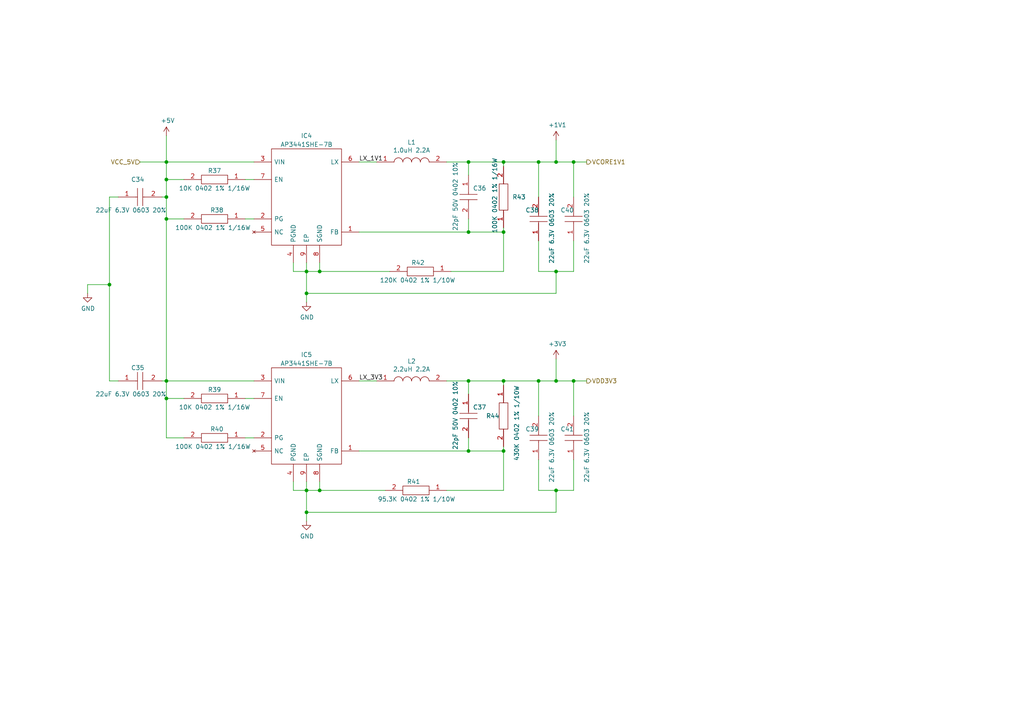
<source format=kicad_sch>
(kicad_sch (version 20230121) (generator eeschema)
  (paper "A4")
  (title_block (title "POWER") (date "2021-11-08") (rev "0.1"))
  (lib_symbols
    (symbol "AC0402FR-0710KL_1" (pin_names (offset 0.762))
      (property "Reference" "R" (at 13.97 6.35 0))
      (property "Value" "AC0402FR-0710KL_1" (at 13.97 3.81 0))
      (symbol "AC0402FR-0710KL_1_0_0"
        (pin passive line (at 0 0 0) (length 5.08) (name "~") (number "1"))
        (pin passive line (at 17.78 0 180) (length 5.08) (name "~") (number "2"))
      )
      (symbol "AC0402FR-0710KL_1_0_1"
        (polyline (pts (xy 5.08 1.27) (xy 12.7 1.27) (xy 12.7 -1.27) (xy 5.08 -1.27) (xy 5.08 1.27)) (stroke (width 0.1524)))
      )
    )
    (symbol "C0402C220K5RACTU_1" (pin_names (offset 0.762))
      (property "Reference" "C" (at 8.89 6.35 0))
      (property "Value" "C0402C220K5RACTU_1" (at 8.89 3.81 0))
      (symbol "C0402C220K5RACTU_1_0_0"
        (pin passive line (at 0 0 0) (length 5.08) (name "~") (number "1"))
        (pin passive line (at 12.7 0 180) (length 5.08) (name "~") (number "2"))
      )
      (symbol "C0402C220K5RACTU_1_0_1"
        (polyline (pts (xy 5.08 0) (xy 5.588 0)) (stroke (width 0.1524)))
        (polyline (pts (xy 5.588 2.54) (xy 5.588 -2.54)) (stroke (width 0.1524)))
        (polyline (pts (xy 7.112 0) (xy 7.62 0)) (stroke (width 0.1524)))
        (polyline (pts (xy 7.112 2.54) (xy 7.112 -2.54)) (stroke (width 0.1524)))
      )
    )
    (symbol "GRM188R60J226MEA0D_1" (pin_names (offset 0.762))
      (property "Reference" "C" (at 8.89 6.35 0))
      (property "Value" "GRM188R60J226MEA0D_1" (at 8.89 3.81 0))
      (symbol "GRM188R60J226MEA0D_1_0_0"
        (pin passive line (at 0 0 0) (length 5.08) (name "~") (number "1"))
        (pin passive line (at 12.7 0 180) (length 5.08) (name "~") (number "2"))
      )
      (symbol "GRM188R60J226MEA0D_1_0_1"
        (polyline (pts (xy 5.08 0) (xy 5.588 0)) (stroke (width 0.1524)))
        (polyline (pts (xy 5.588 2.54) (xy 5.588 -2.54)) (stroke (width 0.1524)))
        (polyline (pts (xy 7.112 0) (xy 7.62 0)) (stroke (width 0.1524)))
        (polyline (pts (xy 7.112 2.54) (xy 7.112 -2.54)) (stroke (width 0.1524)))
      )
    )
    (symbol "GRM188R60J226MEA0D_2" (pin_names (offset 0.762))
      (property "Reference" "C" (at 8.89 6.35 0))
      (property "Value" "GRM188R60J226MEA0D_2" (at 8.89 3.81 0))
      (symbol "GRM188R60J226MEA0D_2_0_0"
        (pin passive line (at 0 0 0) (length 5.08) (name "~") (number "1"))
        (pin passive line (at 12.7 0 180) (length 5.08) (name "~") (number "2"))
      )
      (symbol "GRM188R60J226MEA0D_2_0_1"
        (polyline (pts (xy 5.08 0) (xy 5.588 0)) (stroke (width 0.1524)))
        (polyline (pts (xy 5.588 2.54) (xy 5.588 -2.54)) (stroke (width 0.1524)))
        (polyline (pts (xy 7.112 0) (xy 7.62 0)) (stroke (width 0.1524)))
        (polyline (pts (xy 7.112 2.54) (xy 7.112 -2.54)) (stroke (width 0.1524)))
      )
    )
    (symbol "GRM188R60J226MEA0D_3" (pin_names (offset 0.762))
      (property "Reference" "C" (at 8.89 6.35 0))
      (property "Value" "GRM188R60J226MEA0D_3" (at 8.89 3.81 0))
      (symbol "GRM188R60J226MEA0D_3_0_0"
        (pin passive line (at 0 0 0) (length 5.08) (name "~") (number "1"))
        (pin passive line (at 12.7 0 180) (length 5.08) (name "~") (number "2"))
      )
      (symbol "GRM188R60J226MEA0D_3_0_1"
        (polyline (pts (xy 5.08 0) (xy 5.588 0)) (stroke (width 0.1524)))
        (polyline (pts (xy 5.588 2.54) (xy 5.588 -2.54)) (stroke (width 0.1524)))
        (polyline (pts (xy 7.112 0) (xy 7.62 0)) (stroke (width 0.1524)))
        (polyline (pts (xy 7.112 2.54) (xy 7.112 -2.54)) (stroke (width 0.1524)))
      )
    )
    (symbol "GRM188R60J226MEA0D_4" (pin_names (offset 0.762))
      (property "Reference" "C" (at 8.89 6.35 0))
      (property "Value" "GRM188R60J226MEA0D_4" (at 8.89 3.81 0))
      (symbol "GRM188R60J226MEA0D_4_0_0"
        (pin passive line (at 0 0 0) (length 5.08) (name "~") (number "1"))
        (pin passive line (at 12.7 0 180) (length 5.08) (name "~") (number "2"))
      )
      (symbol "GRM188R60J226MEA0D_4_0_1"
        (polyline (pts (xy 5.08 0) (xy 5.588 0)) (stroke (width 0.1524)))
        (polyline (pts (xy 5.588 2.54) (xy 5.588 -2.54)) (stroke (width 0.1524)))
        (polyline (pts (xy 7.112 0) (xy 7.62 0)) (stroke (width 0.1524)))
        (polyline (pts (xy 7.112 2.54) (xy 7.112 -2.54)) (stroke (width 0.1524)))
      )
    )
    (symbol "GRM188R60J226MEA0D_5" (pin_names (offset 0.762))
      (property "Reference" "C" (at 8.89 6.35 0))
      (property "Value" "GRM188R60J226MEA0D_5" (at 8.89 3.81 0))
      (symbol "GRM188R60J226MEA0D_5_0_0"
        (pin passive line (at 0 0 0) (length 5.08) (name "~") (number "1"))
        (pin passive line (at 12.7 0 180) (length 5.08) (name "~") (number "2"))
      )
      (symbol "GRM188R60J226MEA0D_5_0_1"
        (polyline (pts (xy 5.08 0) (xy 5.588 0)) (stroke (width 0.1524)))
        (polyline (pts (xy 5.588 2.54) (xy 5.588 -2.54)) (stroke (width 0.1524)))
        (polyline (pts (xy 7.112 0) (xy 7.62 0)) (stroke (width 0.1524)))
        (polyline (pts (xy 7.112 2.54) (xy 7.112 -2.54)) (stroke (width 0.1524)))
      )
    )
    (symbol "SFR01MZPF1003_9" (pin_names (offset 0.762))
      (property "Reference" "R" (at 13.97 6.35 0))
      (property "Value" "SFR01MZPF1003_9" (at 13.97 3.81 0))
      (symbol "SFR01MZPF1003_9_0_0"
        (pin passive line (at 0 0 0) (length 5.08) (name "~") (number "1"))
        (pin passive line (at 17.78 0 180) (length 5.08) (name "~") (number "2"))
      )
      (symbol "SFR01MZPF1003_9_0_1"
        (polyline (pts (xy 5.08 1.27) (xy 12.7 1.27) (xy 12.7 -1.27) (xy 5.08 -1.27) (xy 5.08 1.27)) (stroke (width 0.1524)))
      )
    )
    (symbol "power:+1V1" (power) (pin_names (offset 0))
      (property "Value" "+1V1" (at 0 3.556 0))
      (symbol "+1V1_0_1"
        (polyline (pts (xy -0.762 1.27) (xy 0 2.54)))
        (polyline (pts (xy 0 0) (xy 0 2.54)))
        (polyline (pts (xy 0 2.54) (xy 0.762 1.27)))
      )
      (symbol "+1V1_1_1"
        (pin power_in line (at 0 0 90) (length 0) hide (name "+1V1") (number "1"))
      )
    )
    (symbol "power:+3V3" (power) (pin_names (offset 0))
      (property "Value" "+3V3" (at 0 3.556 0))
      (symbol "+3V3_0_1"
        (polyline (pts (xy -0.762 1.27) (xy 0 2.54)))
        (polyline (pts (xy 0 0) (xy 0 2.54)))
        (polyline (pts (xy 0 2.54) (xy 0.762 1.27)))
      )
      (symbol "+3V3_1_1"
        (pin power_in line (at 0 0 90) (length 0) hide (name "+3V3") (number "1"))
      )
    )
    (symbol "power:+5V" (power) (pin_names (offset 0))
      (property "Value" "+5V" (at 0 3.556 0))
      (symbol "+5V_0_1"
        (polyline (pts (xy -0.762 1.27) (xy 0 2.54)))
        (polyline (pts (xy 0 0) (xy 0 2.54)))
        (polyline (pts (xy 0 2.54) (xy 0.762 1.27)))
      )
      (symbol "+5V_1_1"
        (pin power_in line (at 0 0 90) (length 0) hide (name "+5V") (number "1"))
      )
    )
    (symbol "power:GND" (power) (pin_names (offset 0))
      (property "Value" "GND" (at 0 -3.81 0))
      (symbol "GND_0_1"
        (polyline (pts (xy 0 0) (xy 0 -1.27) (xy 1.27 -1.27) (xy 0 -2.54) (xy -1.27 -1.27) (xy 0 -1.27)))
      )
      (symbol "GND_1_1"
        (pin power_in line (at 0 0 270) (length 0) hide (name "GND") (number "1"))
      )
    )
    (symbol "usb_to_lan:1239AS-H-2R2M=P2" (pin_names (offset 0.762))
      (property "Reference" "L" (at 16.51 6.35 0))
      (property "Value" "1239AS-H-2R2M=P2" (at 16.51 3.81 0))
      (symbol "1239AS-H-2R2M=P2_0_0"
        (pin passive line (at 0 0 0) (length 5.08) (name "~") (number "1"))
        (pin passive line (at 20.32 0 180) (length 5.08) (name "~") (number "2"))
      )
      (symbol "1239AS-H-2R2M=P2_0_1"
        (arc (start 7.62 0) (mid 6.35 1.2202) (end 5.08 0) (stroke (width 0.1524)))
        (arc (start 10.16 0) (mid 8.89 1.2202) (end 7.62 0) (stroke (width 0.1524)))
        (arc (start 12.7 0) (mid 11.43 1.2202) (end 10.16 0) (stroke (width 0.1524)))
        (arc (start 15.24 0) (mid 13.97 1.2202) (end 12.7 0) (stroke (width 0.1524)))
      )
    )
    (symbol "usb_to_lan:1285AS-H-1R0M=P2" (pin_names (offset 0.762))
      (property "Reference" "L" (at 16.51 6.35 0))
      (property "Value" "1285AS-H-1R0M=P2" (at 16.51 3.81 0))
      (symbol "1285AS-H-1R0M=P2_0_0"
        (pin passive line (at 0 0 0) (length 5.08) (name "~") (number "1"))
        (pin passive line (at 20.32 0 180) (length 5.08) (name "~") (number "2"))
      )
      (symbol "1285AS-H-1R0M=P2_0_1"
        (arc (start 7.62 0) (mid 6.35 1.2202) (end 5.08 0) (stroke (width 0.1524)))
        (arc (start 10.16 0) (mid 8.89 1.2202) (end 7.62 0) (stroke (width 0.1524)))
        (arc (start 12.7 0) (mid 11.43 1.2202) (end 10.16 0) (stroke (width 0.1524)))
        (arc (start 15.24 0) (mid 13.97 1.2202) (end 12.7 0) (stroke (width 0.1524)))
      )
    )
    (symbol "usb_to_lan:AC0402FR-0710KL" (pin_names (offset 0.762))
      (property "Reference" "R" (at 13.97 6.35 0))
      (property "Value" "AC0402FR-0710KL" (at 13.97 3.81 0))
      (symbol "AC0402FR-0710KL_0_0"
        (pin passive line (at 0 0 0) (length 5.08) (name "~") (number "1"))
        (pin passive line (at 17.78 0 180) (length 5.08) (name "~") (number "2"))
      )
      (symbol "AC0402FR-0710KL_0_1"
        (polyline (pts (xy 5.08 1.27) (xy 12.7 1.27) (xy 12.7 -1.27) (xy 5.08 -1.27) (xy 5.08 1.27)) (stroke (width 0.1524)))
      )
    )
    (symbol "usb_to_lan:AP3441SHE-7B" (pin_names (offset 0.762))
      (property "Reference" "IC" (at 13.97 16.51 0))
      (property "Value" "AP3441SHE-7B" (at 7.62 13.97 0))
      (symbol "AP3441SHE-7B_0_0"
        (pin passive line (at 30.48 -11.43 180) (length 5.08) (name "FB") (number "1"))
        (pin passive line (at 0 -7.62 0) (length 5.08) (name "PG") (number "2"))
        (pin passive line (at 0 8.89 0) (length 5.08) (name "VIN") (number "3"))
        (pin passive line (at 11.43 -20.32 90) (length 5.08) (name "PGND") (number "4"))
        (pin no_connect line (at 0 -11.43 0) (length 5.08) (name "NC") (number "5"))
        (pin passive line (at 30.48 8.89 180) (length 5.08) (name "LX") (number "6"))
        (pin passive line (at 0 3.81 0) (length 5.08) (name "EN") (number "7"))
        (pin passive line (at 19.05 -20.32 90) (length 5.08) (name "SGND") (number "8"))
        (pin passive line (at 15.24 -20.32 90) (length 5.08) (name "EP") (number "9"))
      )
      (symbol "AP3441SHE-7B_0_1"
        (polyline (pts (xy 5.08 12.7) (xy 25.4 12.7) (xy 25.4 -15.24) (xy 5.08 -15.24) (xy 5.08 12.7)) (stroke (width 0.1524)))
      )
    )
    (symbol "usb_to_lan:C0402C220K5RACTU" (pin_names (offset 0.762))
      (property "Reference" "C" (at 8.89 6.35 0))
      (property "Value" "C0402C220K5RACTU" (at 8.89 3.81 0))
      (symbol "C0402C220K5RACTU_0_0"
        (pin passive line (at 0 0 0) (length 5.08) (name "~") (number "1"))
        (pin passive line (at 12.7 0 180) (length 5.08) (name "~") (number "2"))
      )
      (symbol "C0402C220K5RACTU_0_1"
        (polyline (pts (xy 5.08 0) (xy 5.588 0)) (stroke (width 0.1524)))
        (polyline (pts (xy 5.588 2.54) (xy 5.588 -2.54)) (stroke (width 0.1524)))
        (polyline (pts (xy 7.112 0) (xy 7.62 0)) (stroke (width 0.1524)))
        (polyline (pts (xy 7.112 2.54) (xy 7.112 -2.54)) (stroke (width 0.1524)))
      )
    )
    (symbol "usb_to_lan:ERJ-U02F4303X" (pin_names (offset 0.762))
      (property "Reference" "R" (at 13.97 6.35 0))
      (property "Value" "ERJ-U02F4303X" (at 13.97 3.81 0))
      (symbol "ERJ-U02F4303X_0_0"
        (pin passive line (at 0 0 0) (length 5.08) (name "~") (number "1"))
        (pin passive line (at 17.78 0 180) (length 5.08) (name "~") (number "2"))
      )
      (symbol "ERJ-U02F4303X_0_1"
        (polyline (pts (xy 5.08 1.27) (xy 12.7 1.27) (xy 12.7 -1.27) (xy 5.08 -1.27) (xy 5.08 1.27)) (stroke (width 0.1524)))
      )
    )
    (symbol "usb_to_lan:ERJ-U02F9532X" (pin_names (offset 0.762))
      (property "Reference" "R" (at 13.97 6.35 0))
      (property "Value" "ERJ-U02F9532X" (at 13.97 3.81 0))
      (symbol "ERJ-U02F9532X_0_0"
        (pin passive line (at 0 0 0) (length 5.08) (name "~") (number "1"))
        (pin passive line (at 17.78 0 180) (length 5.08) (name "~") (number "2"))
      )
      (symbol "ERJ-U02F9532X_0_1"
        (polyline (pts (xy 5.08 1.27) (xy 12.7 1.27) (xy 12.7 -1.27) (xy 5.08 -1.27) (xy 5.08 1.27)) (stroke (width 0.1524)))
      )
    )
    (symbol "usb_to_lan:ERJ2RKF1203X" (pin_names (offset 0.762))
      (property "Reference" "R" (at 13.97 6.35 0))
      (property "Value" "ERJ2RKF1203X" (at 13.97 3.81 0))
      (symbol "ERJ2RKF1203X_0_0"
        (pin passive line (at 0 0 0) (length 5.08) (name "~") (number "1"))
        (pin passive line (at 17.78 0 180) (length 5.08) (name "~") (number "2"))
      )
      (symbol "ERJ2RKF1203X_0_1"
        (polyline (pts (xy 5.08 1.27) (xy 12.7 1.27) (xy 12.7 -1.27) (xy 5.08 -1.27) (xy 5.08 1.27)) (stroke (width 0.1524)))
      )
    )
    (symbol "usb_to_lan:GRM188R60J226MEA0D" (pin_names (offset 0.762))
      (property "Reference" "C" (at 8.89 6.35 0))
      (property "Value" "GRM188R60J226MEA0D" (at 8.89 3.81 0))
      (symbol "GRM188R60J226MEA0D_0_0"
        (pin passive line (at 0 0 0) (length 5.08) (name "~") (number "1"))
        (pin passive line (at 12.7 0 180) (length 5.08) (name "~") (number "2"))
      )
      (symbol "GRM188R60J226MEA0D_0_1"
        (polyline (pts (xy 5.08 0) (xy 5.588 0)) (stroke (width 0.1524)))
        (polyline (pts (xy 5.588 2.54) (xy 5.588 -2.54)) (stroke (width 0.1524)))
        (polyline (pts (xy 7.112 0) (xy 7.62 0)) (stroke (width 0.1524)))
        (polyline (pts (xy 7.112 2.54) (xy 7.112 -2.54)) (stroke (width 0.1524)))
      )
    )
  )
  (junction (at 31.75 82.55))
  (junction (at 156.21 46.99))
  (junction (at 166.37 110.49))
  (junction (at 161.29 46.99))
  (junction (at 161.29 78.74))
  (junction (at 88.9 85.09))
  (junction (at 146.05 130.81))
  (junction (at 156.21 110.49))
  (junction (at 135.89 46.99))
  (junction (at 88.9 78.74))
  (junction (at 135.89 130.81))
  (junction (at 48.26 110.49))
  (junction (at 48.26 57.15))
  (junction (at 48.26 63.5))
  (junction (at 146.05 67.31))
  (junction (at 48.26 52.07))
  (junction (at 146.05 110.49))
  (junction (at 92.71 78.74))
  (junction (at 135.89 110.49))
  (junction (at 166.37 46.99))
  (junction (at 48.26 115.57))
  (junction (at 146.05 46.99))
  (junction (at 161.29 110.49))
  (junction (at 92.71 142.24))
  (junction (at 161.29 142.24))
  (junction (at 135.89 67.31))
  (junction (at 88.9 142.24))
  (junction (at 88.9 148.59))
  (junction (at 48.26 46.99))
  (wire (pts (xy 85.09 142.24) (xy 88.9 142.24)))
  (wire (pts (xy 31.75 110.49) (xy 34.29 110.49)))
  (wire (pts (xy 113.03 78.74) (xy 92.71 78.74)))
  (wire (pts (xy 135.89 110.49) (xy 146.05 110.49)))
  (wire (pts (xy 161.29 104.14) (xy 161.29 110.49)))
  (wire (pts (xy 166.37 57.15) (xy 166.37 46.99)))
  (wire (pts (xy 166.37 110.49) (xy 170.18 110.49)))
  (wire (pts (xy 161.29 85.09) (xy 161.29 78.74)))
  (wire (pts (xy 88.9 142.24) (xy 92.71 142.24)))
  (wire (pts (xy 146.05 78.74) (xy 130.81 78.74)))
  (wire (pts (xy 88.9 85.09) (xy 88.9 87.63)))
  (wire (pts (xy 88.9 76.2) (xy 88.9 78.74)))
  (wire (pts (xy 146.05 130.81) (xy 146.05 142.24)))
  (wire (pts (xy 156.21 78.74) (xy 156.21 69.85)))
  (wire (pts (xy 48.26 127) (xy 48.26 115.57)))
  (wire (pts (xy 92.71 142.24) (xy 92.71 139.7)))
  (wire (pts (xy 166.37 120.65) (xy 166.37 110.49)))
  (wire (pts (xy 88.9 148.59) (xy 161.29 148.59)))
  (wire (pts (xy 88.9 85.09) (xy 161.29 85.09)))
  (wire (pts (xy 73.66 63.5) (xy 71.12 63.5)))
  (wire (pts (xy 34.29 57.15) (xy 31.75 57.15)))
  (wire (pts (xy 31.75 82.55) (xy 31.75 110.49)))
  (wire (pts (xy 166.37 142.24) (xy 166.37 133.35)))
  (wire (pts (xy 88.9 78.74) (xy 92.71 78.74)))
  (wire (pts (xy 48.26 57.15) (xy 48.26 63.5)))
  (wire (pts (xy 146.05 67.31) (xy 146.05 66.04)))
  (wire (pts (xy 88.9 142.24) (xy 88.9 148.59)))
  (wire (pts (xy 48.26 57.15) (xy 46.99 57.15)))
  (wire (pts (xy 104.14 110.49) (xy 109.22 110.49)))
  (wire (pts (xy 31.75 82.55) (xy 25.4 82.55)))
  (wire (pts (xy 146.05 142.24) (xy 129.54 142.24)))
  (wire (pts (xy 85.09 139.7) (xy 85.09 142.24)))
  (wire (pts (xy 135.89 63.5) (xy 135.89 67.31)))
  (wire (pts (xy 135.89 67.31) (xy 146.05 67.31)))
  (wire (pts (xy 161.29 110.49) (xy 166.37 110.49)))
  (wire (pts (xy 161.29 142.24) (xy 166.37 142.24)))
  (wire (pts (xy 48.26 52.07) (xy 48.26 57.15)))
  (wire (pts (xy 48.26 46.99) (xy 73.66 46.99)))
  (wire (pts (xy 146.05 111.76) (xy 146.05 110.49)))
  (wire (pts (xy 53.34 115.57) (xy 48.26 115.57)))
  (wire (pts (xy 161.29 40.64) (xy 161.29 46.99)))
  (wire (pts (xy 46.99 110.49) (xy 48.26 110.49)))
  (wire (pts (xy 166.37 78.74) (xy 166.37 69.85)))
  (wire (pts (xy 48.26 63.5) (xy 48.26 110.49)))
  (wire (pts (xy 104.14 46.99) (xy 109.22 46.99)))
  (wire (pts (xy 71.12 52.07) (xy 73.66 52.07)))
  (wire (pts (xy 161.29 148.59) (xy 161.29 142.24)))
  (wire (pts (xy 146.05 110.49) (xy 156.21 110.49)))
  (wire (pts (xy 156.21 142.24) (xy 156.21 133.35)))
  (wire (pts (xy 71.12 127) (xy 73.66 127)))
  (wire (pts (xy 88.9 78.74) (xy 88.9 85.09)))
  (wire (pts (xy 146.05 130.81) (xy 146.05 129.54)))
  (wire (pts (xy 85.09 76.2) (xy 85.09 78.74)))
  (wire (pts (xy 135.89 127) (xy 135.89 130.81)))
  (wire (pts (xy 53.34 63.5) (xy 48.26 63.5)))
  (wire (pts (xy 40.64 46.99) (xy 48.26 46.99)))
  (wire (pts (xy 170.18 46.99) (xy 166.37 46.99)))
  (wire (pts (xy 104.14 130.81) (xy 135.89 130.81)))
  (wire (pts (xy 48.26 46.99) (xy 48.26 52.07)))
  (wire (pts (xy 31.75 57.15) (xy 31.75 82.55)))
  (wire (pts (xy 48.26 110.49) (xy 73.66 110.49)))
  (wire (pts (xy 156.21 120.65) (xy 156.21 110.49)))
  (wire (pts (xy 146.05 46.99) (xy 146.05 48.26)))
  (wire (pts (xy 85.09 78.74) (xy 88.9 78.74)))
  (wire (pts (xy 129.54 110.49) (xy 135.89 110.49)))
  (wire (pts (xy 88.9 148.59) (xy 88.9 151.13)))
  (wire (pts (xy 129.54 46.99) (xy 135.89 46.99)))
  (wire (pts (xy 53.34 127) (xy 48.26 127)))
  (wire (pts (xy 104.14 67.31) (xy 135.89 67.31)))
  (wire (pts (xy 156.21 57.15) (xy 156.21 46.99)))
  (wire (pts (xy 25.4 82.55) (xy 25.4 85.09)))
  (wire (pts (xy 88.9 139.7) (xy 88.9 142.24)))
  (wire (pts (xy 156.21 46.99) (xy 146.05 46.99)))
  (wire (pts (xy 161.29 46.99) (xy 156.21 46.99)))
  (wire (pts (xy 53.34 52.07) (xy 48.26 52.07)))
  (wire (pts (xy 166.37 46.99) (xy 161.29 46.99)))
  (wire (pts (xy 135.89 46.99) (xy 146.05 46.99)))
  (wire (pts (xy 135.89 50.8) (xy 135.89 46.99)))
  (wire (pts (xy 48.26 39.37) (xy 48.26 46.99)))
  (wire (pts (xy 161.29 78.74) (xy 156.21 78.74)))
  (wire (pts (xy 71.12 115.57) (xy 73.66 115.57)))
  (wire (pts (xy 135.89 114.3) (xy 135.89 110.49)))
  (wire (pts (xy 161.29 142.24) (xy 156.21 142.24)))
  (wire (pts (xy 111.76 142.24) (xy 92.71 142.24)))
  (wire (pts (xy 48.26 115.57) (xy 48.26 110.49)))
  (wire (pts (xy 146.05 67.31) (xy 146.05 78.74)))
  (wire (pts (xy 135.89 130.81) (xy 146.05 130.81)))
  (wire (pts (xy 161.29 78.74) (xy 166.37 78.74)))
  (wire (pts (xy 92.71 78.74) (xy 92.71 76.2)))
  (wire (pts (xy 156.21 110.49) (xy 161.29 110.49)))
  (label "LX_1V1" (at 104.14 46.99 0))
  (label "LX_3V3" (at 104.14 110.49 0))
  (hierarchical_label "VCORE1V1" (shape output) (at 170.18 46.99 0))
  (hierarchical_label "VDD3V3" (shape output) (at 170.18 110.49 0))
  (hierarchical_label "VCC_5V" (shape input) (at 40.64 46.99 180))
  (symbol (lib_id "usb_to_lan:AP3441SHE-7B") (at 73.66 119.38 0) (unit 1)
    (property "Reference" "IC5" (at 88.9 102.87 0))
    (property "Value" "AP3441SHE-7B" (at 88.9 105.41 0))
    (property "Footprint" "SON50P201X201X60-9N-D" (effects hide))
    (property "Datasheet" "https://www.diodes.com/assets/Datasheets/AP3441-L.pdf" (effects hide))
    (property "Description" "Switching Voltage Regulators DCDC Conv LV Buck" (effects hide))
    (property "Height" "0.6" (effects hide))
    (property "Manufacturer_Name" "Diodes Inc." (effects hide))
    (property "Manufacturer_Part_Number" "AP3441SHE-7B" (effects hide))
    (property "Mouser Part Number" "621-AP3441SHE-7B" (effects hide))
    (property "Mouser Price/Stock" "https://www.mouser.co.uk/ProductDetail/Diodes-Incorporated/AP3441SHE-7B?qs=wUXugUrL1qwsM8sMU6r4Ag%3D%3D" (effects hide))
  )
  (symbol (lib_id "usb_to_lan:AP3441SHE-7B") (at 73.66 55.88 0) (unit 1)
    (property "Reference" "IC4" (at 88.9 39.37 0))
    (property "Value" "AP3441SHE-7B" (at 88.9 41.91 0))
    (property "Footprint" "SON50P201X201X60-9N-D" (effects hide))
    (property "Datasheet" "https://www.diodes.com/assets/Datasheets/AP3441-L.pdf" (effects hide))
    (property "Description" "Switching Voltage Regulators DCDC Conv LV Buck" (effects hide))
    (property "Height" "0.6" (effects hide))
    (property "Manufacturer_Name" "Diodes Inc." (effects hide))
    (property "Manufacturer_Part_Number" "AP3441SHE-7B" (effects hide))
    (property "Mouser Part Number" "621-AP3441SHE-7B" (effects hide))
    (property "Mouser Price/Stock" "https://www.mouser.co.uk/ProductDetail/Diodes-Incorporated/AP3441SHE-7B?qs=wUXugUrL1qwsM8sMU6r4Ag%3D%3D" (effects hide))
  )
  (symbol (lib_id "usb_to_lan:ERJ2RKF1203X") (at 130.81 78.74 180) (unit 1)
    (property "Reference" "R42" (at 123.19 76.2 0) (effects (justify left)))
    (property "Value" "120K 0402 1% 1/10W" (at 132.08 81.28 0) (effects (justify left)))
    (property "Footprint" "R_0402_1005Metric" (effects hide))
    (property "Datasheet" "http://industrial.panasonic.com/cdbs/www-data/pdf/RDA0000/AOA0000C304.pdf" (effects hide))
    (property "Description" "Panasonic ERJ2RK Series Thick Film Surface Mount Fixed Resistor 0402 Case +/-1% 0.1W +/-100ppm/C" (effects hide))
    (property "Height" "0.4" (effects hide))
    (property "Manufacturer_Name" "Panasonic" (effects hide))
    (property "Manufacturer_Part_Number" "ERJ2RKF1203X" (effects hide))
  )
  (symbol (lib_id "usb_to_lan:1285AS-H-1R0M=P2") (at 109.22 46.99 0) (unit 1)
    (property "Reference" "L1" (at 119.38 41.275 0))
    (property "Value" "1.0uH 2.2A" (at 119.38 43.5864 0))
    (property "Footprint" "1285ASH1R0MP2" (effects hide))
    (property "Datasheet" "https://psearch.en.murata.com/inductor/product/1285AS-H-1R0M%23.html" (effects hide))
    (property "Description" "DFE201610C Series Inductor 1.0uH +/-20% 0806 (2016)" (effects hide))
    (property "Height" "1" (effects hide))
    (property "Manufacturer_Name" "Murata Electronics" (effects hide))
    (property "Manufacturer_Part_Number" "1285AS-H-1R0M=P2" (effects hide))
    (property "Mouser Part Number" "81-1285AS-H-1R0MP2" (effects hide))
    (property "Mouser Price/Stock" "https://www.mouser.co.uk/ProductDetail/Murata-Electronics/1285AS-H-1R0M%3dP2?qs=KuGPmAKtFKUnwefJ8r1Q9g%3D%3D" (effects hide))
  )
  (symbol (lib_id "usb_to_lan:1239AS-H-2R2M=P2") (at 109.22 110.49 0) (unit 1)
    (property "Reference" "L2" (at 119.38 104.775 0))
    (property "Value" "2.2uH 2.2A" (at 119.38 107.0864 0))
    (property "Footprint" "DFE2HCAH1R0MJ0L" (effects hide))
    (property "Datasheet" "https://psearch.en.murata.com/inductor/product/1239AS-H-2R2M%23.html" (effects hide))
    (property "Description" "DFE252012C Series Inductor 2.2uH +/-20% 1008 (2520)" (effects hide))
    (property "Height" "1.2" (effects hide))
    (property "Manufacturer_Name" "Murata Electronics" (effects hide))
    (property "Manufacturer_Part_Number" "1239AS-H-2R2M=P2" (effects hide))
    (property "Mouser Part Number" "81-1239AS-H-2R2MP2" (effects hide))
    (property "Mouser Price/Stock" "https://www.mouser.co.uk/ProductDetail/Murata-Electronics/1239AS-H-2R2M%3dP2?qs=KuGPmAKtFKVJBsDE%2Fj0xzA%3D%3D" (effects hide))
    (property "Arrow Part Number" "1239AS-H-2R2M=P2" (effects hide))
    (property "Arrow Price/Stock" "https://www.arrow.com/en/products/1239as-h-2r2mp2/murata-manufacturing?region=nac" (effects hide))
  )
  (symbol (lib_id "usb_to_lan:C0402C220K5RACTU") (at 135.89 50.8 270) (unit 1)
    (property "Reference" "C36" (at 137.16 54.61 90) (effects (justify left)))
    (property "Value" "22pF 50V 0402 10%" (at 132.08 46.99 0) (effects (justify left)))
    (property "Footprint" "C_0402_1005Metric" (effects hide))
    (property "Datasheet" "https://content.kemet.com/datasheets/KEM_C1002_X7R_SMD.pdf" (effects hide))
    (property "Description" "Multilayer Ceramic Capacitors MLCC - SMD/SMT 50V 22pF X7R 0402 0.1" (effects hide))
    (property "Height" "0.55" (effects hide))
    (property "Manufacturer_Name" "Kemet" (effects hide))
    (property "Manufacturer_Part_Number" "C0402C220K5RACTU" (effects hide))
    (property "Mouser Part Number" "80-C0402C220K5RACTU" (effects hide))
    (property "Mouser Price/Stock" "https://www.mouser.co.uk/ProductDetail/KEMET/C0402C220K5RACTU?qs=Em4Ro3wiPJgdnID6FiQp3A%3D%3D" (effects hide))
    (property "Arrow Part Number" "C0402C220K5RACTU" (effects hide))
    (property "Arrow Price/Stock" "https://www.arrow.com/en/products/c0402c220k5ractu/kemet-corporation?region=nac" (effects hide))
  )
  (symbol (lib_name "C0402C220K5RACTU_1") (lib_id "usb_to_lan:C0402C220K5RACTU") (at 135.89 114.3 270) (unit 1)
    (property "Reference" "C37" (at 137.16 118.11 90) (effects (justify left)))
    (property "Value" "22pF 50V 0402 10%" (at 132.08 110.49 0) (effects (justify left)))
    (property "Footprint" "C_0402_1005Metric" (effects hide))
    (property "Datasheet" "https://content.kemet.com/datasheets/KEM_C1002_X7R_SMD.pdf" (effects hide))
    (property "Description" "Multilayer Ceramic Capacitors MLCC - SMD/SMT 50V 22pF X7R 0402 0.1" (effects hide))
    (property "Height" "0.55" (effects hide))
    (property "Manufacturer_Name" "Kemet" (effects hide))
    (property "Manufacturer_Part_Number" "C0402C220K5RACTU" (effects hide))
    (property "Mouser Part Number" "80-C0402C220K5RACTU" (effects hide))
    (property "Mouser Price/Stock" "https://www.mouser.co.uk/ProductDetail/KEMET/C0402C220K5RACTU?qs=Em4Ro3wiPJgdnID6FiQp3A%3D%3D" (effects hide))
    (property "Arrow Part Number" "C0402C220K5RACTU" (effects hide))
    (property "Arrow Price/Stock" "https://www.arrow.com/en/products/c0402c220k5ractu/kemet-corporation?region=nac" (effects hide))
  )
  (symbol (lib_id "power:+5V") (at 48.26 39.37 0) (unit 1)
    (property "Reference" "#PWR027" (effects hide))
    (property "Value" "+5V" (at 48.641 34.9758 0))
  )
  (symbol (lib_id "power:+1V1") (at 161.29 40.64 0) (unit 1)
    (property "Reference" "#PWR030" (effects hide))
    (property "Value" "+1V1" (at 161.671 36.2458 0))
  )
  (symbol (lib_id "usb_to_lan:AC0402FR-0710KL") (at 71.12 52.07 180) (unit 1)
    (property "Reference" "R37" (at 62.23 49.53 0))
    (property "Value" "10K 0402 1% 1/16W" (at 62.23 54.61 0))
    (property "Footprint" "R_0402_1005Metric" (effects hide))
    (property "Datasheet" "https://www.yageo.com/upload/media/product/productsearch/datasheet/rchip/PYu-AC_51_RoHS_L_7.pdf" (effects hide))
    (property "Description" "Yageo 10k, 0402 Thick Film Resistor 1% 0.0625W - AC0402FR-0710KL" (effects hide))
    (property "Height" "0.37" (effects hide))
    (property "Manufacturer_Name" "YAGEO (PHYCOMP)" (effects hide))
    (property "Manufacturer_Part_Number" "AC0402FR-0710KL" (effects hide))
    (property "Mouser Part Number" "603-AC0402FR-0710KL" (effects hide))
    (property "Mouser Price/Stock" "https://www.mouser.co.uk/ProductDetail/Yageo/AC0402FR-0710KL?qs=yhV1fb9g%2FKYkR5U3B7upEQ%3D%3D" (effects hide))
    (property "Arrow Part Number" "AC0402FR-0710KL" (effects hide))
    (property "Arrow Price/Stock" "https://www.arrow.com/en/products/ac0402fr-0710kl/yageo" (effects hide))
  )
  (symbol (lib_name "AC0402FR-0710KL_1") (lib_id "usb_to_lan:AC0402FR-0710KL") (at 71.12 115.57 180) (unit 1)
    (property "Reference" "R39" (at 62.23 113.03 0))
    (property "Value" "10K 0402 1% 1/16W" (at 62.23 118.11 0))
    (property "Footprint" "R_0402_1005Metric" (effects hide))
    (property "Datasheet" "https://www.yageo.com/upload/media/product/productsearch/datasheet/rchip/PYu-AC_51_RoHS_L_7.pdf" (effects hide))
    (property "Description" "Yageo 10k, 0402 Thick Film Resistor 1% 0.0625W - AC0402FR-0710KL" (effects hide))
    (property "Height" "0.37" (effects hide))
    (property "Manufacturer_Name" "YAGEO (PHYCOMP)" (effects hide))
    (property "Manufacturer_Part_Number" "AC0402FR-0710KL" (effects hide))
    (property "Mouser Part Number" "603-AC0402FR-0710KL" (effects hide))
    (property "Mouser Price/Stock" "https://www.mouser.co.uk/ProductDetail/Yageo/AC0402FR-0710KL?qs=yhV1fb9g%2FKYkR5U3B7upEQ%3D%3D" (effects hide))
    (property "Arrow Part Number" "AC0402FR-0710KL" (effects hide))
    (property "Arrow Price/Stock" "https://www.arrow.com/en/products/ac0402fr-0710kl/yageo" (effects hide))
  )
  (symbol (lib_id "power:+3V3") (at 161.29 104.14 0) (unit 1)
    (property "Reference" "#PWR031" (effects hide))
    (property "Value" "+3V3" (at 161.671 99.7458 0))
  )
  (symbol (lib_id "power:GND") (at 88.9 87.63 0) (unit 1)
    (property "Reference" "#PWR028" (effects hide))
    (property "Value" "GND" (at 89.027 92.0242 0))
  )
  (symbol (lib_id "usb_to_lan:ERJ-U02F4303X") (at 146.05 111.76 270) (unit 1)
    (property "Reference" "R44" (at 140.97 120.65 90) (effects (justify left)))
    (property "Value" "430K 0402 1% 1/10W" (at 149.86 111.76 0) (effects (justify left)))
    (property "Footprint" "R_0402_1005Metric" (effects hide))
    (property "Datasheet" "https://industrial.panasonic.com/cdbs/www-data/pdf/RDP0000/AOA0000C334.pdf" (effects hide))
    (property "Description" "Anti-Sulfurated Thick Film Chip Resistor, 0402, 0.1W" (effects hide))
    (property "Height" "0.4" (effects hide))
    (property "Manufacturer_Name" "Panasonic" (effects hide))
    (property "Manufacturer_Part_Number" "ERJ-U02F4303X" (effects hide))
  )
  (symbol (lib_id "usb_to_lan:ERJ-U02F9532X") (at 129.54 142.24 180) (unit 1)
    (property "Reference" "R41" (at 121.92 139.7 0) (effects (justify left)))
    (property "Value" "95.3K 0402 1% 1/10W" (at 132.08 144.78 0) (effects (justify left)))
    (property "Footprint" "R_0402_1005Metric" (effects hide))
    (property "Datasheet" "https://industrial.panasonic.com/cdbs/www-data/pdf/RDP0000/AOA0000C334.pdf" (effects hide))
    (property "Description" "Anti-Sulfurated Thick Film Chip Resistor, 0402, 0.1W" (effects hide))
    (property "Height" "0.4" (effects hide))
    (property "Manufacturer_Name" "Panasonic" (effects hide))
    (property "Manufacturer_Part_Number" "ERJ-U02F9532X" (effects hide))
    (property "Mouser Part Number" "667-ERJ-U02F9532X" (effects hide))
    (property "Mouser Price/Stock" "https://www.mouser.co.uk/ProductDetail/Panasonic/ERJ-U02F9532X?qs=CBysBIMljthB2IL%2FnqHiBA%3D%3D" (effects hide))
  )
  (symbol (lib_id "power:GND") (at 88.9 151.13 0) (unit 1)
    (property "Reference" "#PWR029" (effects hide))
    (property "Value" "GND" (at 89.027 155.5242 0))
  )
  (symbol (lib_id "power:GND") (at 25.4 85.09 0) (unit 1)
    (property "Reference" "#PWR026" (effects hide))
    (property "Value" "GND" (at 25.527 89.4842 0))
  )
  (symbol (lib_name "GRM188R60J226MEA0D_1") (lib_id "usb_to_lan:GRM188R60J226MEA0D") (at 156.21 133.35 90) (unit 1)
    (property "Reference" "C39" (at 152.4 124.46 90) (effects (justify right)))
    (property "Value" "22uF 6.3V 0603 20%" (at 160.02 119.38 0) (effects (justify right)))
    (property "Footprint" "C_0603_1608Metric" (effects hide))
    (property "Datasheet" "https://psearch.en.murata.com/capacitor/product/GRM188R60J226MEA0%23.html" (effects hide))
    (property "Description" "Multilayer Ceramic Capacitors MLCC - SMD/SMT 0603 22uF 6.3volts *Derate Voltage/Temp" (effects hide))
    (property "Height" "0.9" (effects hide))
    (property "Manufacturer_Name" "Murata Electronics" (effects hide))
    (property "Manufacturer_Part_Number" "GRM188R60J226MEA0D" (effects hide))
    (property "Mouser Part Number" "81-GRM188R60J226ME0D" (effects hide))
    (property "Mouser Price/Stock" "https://www.mouser.co.uk/ProductDetail/Murata-Electronics/GRM188R60J226MEA0D?qs=p%2FZgMVRdWRkAKoLX3oNjgw%3D%3D" (effects hide))
    (property "Arrow Part Number" "GRM188R60J226MEA0D" (effects hide))
    (property "Arrow Price/Stock" "https://www.arrow.com/en/products/grm188r60j226mea0d/murata-manufacturing?region=nac" (effects hide))
  )
  (symbol (lib_name "GRM188R60J226MEA0D_3") (lib_id "usb_to_lan:GRM188R60J226MEA0D") (at 166.37 69.85 90) (unit 1)
    (property "Reference" "C40" (at 162.56 60.96 90) (effects (justify right)))
    (property "Value" "22uF 6.3V 0603 20%" (at 170.18 55.88 0) (effects (justify right)))
    (property "Footprint" "C_0603_1608Metric" (effects hide))
    (property "Datasheet" "https://psearch.en.murata.com/capacitor/product/GRM188R60J226MEA0%23.html" (effects hide))
    (property "Description" "Multilayer Ceramic Capacitors MLCC - SMD/SMT 0603 22uF 6.3volts *Derate Voltage/Temp" (effects hide))
    (property "Height" "0.9" (effects hide))
    (property "Manufacturer_Name" "Murata Electronics" (effects hide))
    (property "Manufacturer_Part_Number" "GRM188R60J226MEA0D" (effects hide))
    (property "Mouser Part Number" "81-GRM188R60J226ME0D" (effects hide))
    (property "Mouser Price/Stock" "https://www.mouser.co.uk/ProductDetail/Murata-Electronics/GRM188R60J226MEA0D?qs=p%2FZgMVRdWRkAKoLX3oNjgw%3D%3D" (effects hide))
    (property "Arrow Part Number" "GRM188R60J226MEA0D" (effects hide))
    (property "Arrow Price/Stock" "https://www.arrow.com/en/products/grm188r60j226mea0d/murata-manufacturing?region=nac" (effects hide))
  )
  (symbol (lib_name "SFR01MZPF1003_9") (lib_id "usb_to_lan:SFR01MZPF1003") (at 146.05 66.04 90) (unit 1)
    (property "Reference" "R43" (at 148.59 57.15 90) (effects (justify right)))
    (property "Value" "100K 0402 1% 1/16W" (at 143.51 45.72 0) (effects (justify right)))
    (property "Footprint" "R_0402_1005Metric" (effects hide))
    (property "Datasheet" "https://fscdn.rohm.com/en/products/databook/datasheet/passive/resistor/chip_resistor/sfr-e.pdf" (effects hide))
    (property "Description" "Thick Film Resistors - SMD 0402 100Kohm 1% Anti-Sulfur AEC-Q200" (effects hide))
    (property "Height" "0.4" (effects hide))
    (property "Manufacturer_Name" "ROHM Semiconductor" (effects hide))
    (property "Manufacturer_Part_Number" "SFR01MZPF1003" (effects hide))
    (property "Mouser Part Number" "755-SFR01MZPF1003" (effects hide))
    (property "Mouser Price/Stock" "https://www.mouser.co.uk/ProductDetail/ROHM-Semiconductor/SFR01MZPF1003?qs=Mv7BduZupUj2RFL5gMaKTg%3D%3D" (effects hide))
  )
  (symbol (lib_name "GRM188R60J226MEA0D_4") (lib_id "usb_to_lan:GRM188R60J226MEA0D") (at 156.21 69.85 90) (unit 1)
    (property "Reference" "C38" (at 152.4 60.96 90) (effects (justify right)))
    (property "Value" "22uF 6.3V 0603 20%" (at 160.02 55.88 0) (effects (justify right)))
    (property "Footprint" "C_0603_1608Metric" (effects hide))
    (property "Datasheet" "https://psearch.en.murata.com/capacitor/product/GRM188R60J226MEA0%23.html" (effects hide))
    (property "Description" "Multilayer Ceramic Capacitors MLCC - SMD/SMT 0603 22uF 6.3volts *Derate Voltage/Temp" (effects hide))
    (property "Height" "0.9" (effects hide))
    (property "Manufacturer_Name" "Murata Electronics" (effects hide))
    (property "Manufacturer_Part_Number" "GRM188R60J226MEA0D" (effects hide))
    (property "Mouser Part Number" "81-GRM188R60J226ME0D" (effects hide))
    (property "Mouser Price/Stock" "https://www.mouser.co.uk/ProductDetail/Murata-Electronics/GRM188R60J226MEA0D?qs=p%2FZgMVRdWRkAKoLX3oNjgw%3D%3D" (effects hide))
    (property "Arrow Part Number" "GRM188R60J226MEA0D" (effects hide))
    (property "Arrow Price/Stock" "https://www.arrow.com/en/products/grm188r60j226mea0d/murata-manufacturing?region=nac" (effects hide))
  )
  (symbol (lib_name "GRM188R60J226MEA0D_2") (lib_id "usb_to_lan:GRM188R60J226MEA0D") (at 166.37 133.35 90) (unit 1)
    (property "Reference" "C41" (at 162.56 124.46 90) (effects (justify right)))
    (property "Value" "22uF 6.3V 0603 20%" (at 170.18 119.38 0) (effects (justify right)))
    (property "Footprint" "C_0603_1608Metric" (effects hide))
    (property "Datasheet" "https://psearch.en.murata.com/capacitor/product/GRM188R60J226MEA0%23.html" (effects hide))
    (property "Description" "Multilayer Ceramic Capacitors MLCC - SMD/SMT 0603 22uF 6.3volts *Derate Voltage/Temp" (effects hide))
    (property "Height" "0.9" (effects hide))
    (property "Manufacturer_Name" "Murata Electronics" (effects hide))
    (property "Manufacturer_Part_Number" "GRM188R60J226MEA0D" (effects hide))
    (property "Mouser Part Number" "81-GRM188R60J226ME0D" (effects hide))
    (property "Mouser Price/Stock" "https://www.mouser.co.uk/ProductDetail/Murata-Electronics/GRM188R60J226MEA0D?qs=p%2FZgMVRdWRkAKoLX3oNjgw%3D%3D" (effects hide))
    (property "Arrow Part Number" "GRM188R60J226MEA0D" (effects hide))
    (property "Arrow Price/Stock" "https://www.arrow.com/en/products/grm188r60j226mea0d/murata-manufacturing?region=nac" (effects hide))
  )
  (symbol (lib_id "usb_to_lan:GRM188R60J226MEA0D") (at 34.29 57.15 0) (unit 1)
    (property "Reference" "C34" (at 41.91 52.07 0) (effects (justify right)))
    (property "Value" "22uF 6.3V 0603 20%" (at 48.26 60.96 0) (effects (justify right)))
    (property "Footprint" "C_0603_1608Metric" (effects hide))
    (property "Datasheet" "https://psearch.en.murata.com/capacitor/product/GRM188R60J226MEA0%23.html" (effects hide))
    (property "Description" "Multilayer Ceramic Capacitors MLCC - SMD/SMT 0603 22uF 6.3volts *Derate Voltage/Temp" (effects hide))
    (property "Height" "0.9" (effects hide))
    (property "Manufacturer_Name" "Murata Electronics" (effects hide))
    (property "Manufacturer_Part_Number" "GRM188R60J226MEA0D" (effects hide))
    (property "Mouser Part Number" "81-GRM188R60J226ME0D" (effects hide))
    (property "Mouser Price/Stock" "https://www.mouser.co.uk/ProductDetail/Murata-Electronics/GRM188R60J226MEA0D?qs=p%2FZgMVRdWRkAKoLX3oNjgw%3D%3D" (effects hide))
    (property "Arrow Part Number" "GRM188R60J226MEA0D" (effects hide))
    (property "Arrow Price/Stock" "https://www.arrow.com/en/products/grm188r60j226mea0d/murata-manufacturing?region=nac" (effects hide))
  )
  (symbol (lib_name "GRM188R60J226MEA0D_5") (lib_id "usb_to_lan:GRM188R60J226MEA0D") (at 34.29 110.49 0) (unit 1)
    (property "Reference" "C35" (at 41.91 106.68 0) (effects (justify right)))
    (property "Value" "22uF 6.3V 0603 20%" (at 48.26 114.3 0) (effects (justify right)))
    (property "Footprint" "C_0603_1608Metric" (effects hide))
    (property "Datasheet" "https://psearch.en.murata.com/capacitor/product/GRM188R60J226MEA0%23.html" (effects hide))
    (property "Description" "Multilayer Ceramic Capacitors MLCC - SMD/SMT 0603 22uF 6.3volts *Derate Voltage/Temp" (effects hide))
    (property "Height" "0.9" (effects hide))
    (property "Manufacturer_Name" "Murata Electronics" (effects hide))
    (property "Manufacturer_Part_Number" "GRM188R60J226MEA0D" (effects hide))
    (property "Mouser Part Number" "81-GRM188R60J226ME0D" (effects hide))
    (property "Mouser Price/Stock" "https://www.mouser.co.uk/ProductDetail/Murata-Electronics/GRM188R60J226MEA0D?qs=p%2FZgMVRdWRkAKoLX3oNjgw%3D%3D" (effects hide))
    (property "Arrow Part Number" "GRM188R60J226MEA0D" (effects hide))
    (property "Arrow Price/Stock" "https://www.arrow.com/en/products/grm188r60j226mea0d/murata-manufacturing?region=nac" (effects hide))
  )
  (symbol (lib_name "SFR01MZPF1003_9") (lib_id "usb_to_lan:SFR01MZPF1003") (at 71.12 127 180) (unit 1)
    (property "Reference" "R40" (at 60.96 124.46 0) (effects (justify right)))
    (property "Value" "100K 0402 1% 1/16W" (at 50.8 129.54 0) (effects (justify right)))
    (property "Footprint" "R_0402_1005Metric" (effects hide))
    (property "Datasheet" "https://fscdn.rohm.com/en/products/databook/datasheet/passive/resistor/chip_resistor/sfr-e.pdf" (effects hide))
    (property "Description" "Thick Film Resistors - SMD 0402 100Kohm 1% Anti-Sulfur AEC-Q200" (effects hide))
    (property "Height" "0.4" (effects hide))
    (property "Manufacturer_Name" "ROHM Semiconductor" (effects hide))
    (property "Manufacturer_Part_Number" "SFR01MZPF1003" (effects hide))
    (property "Mouser Part Number" "755-SFR01MZPF1003" (effects hide))
    (property "Mouser Price/Stock" "https://www.mouser.co.uk/ProductDetail/ROHM-Semiconductor/SFR01MZPF1003?qs=Mv7BduZupUj2RFL5gMaKTg%3D%3D" (effects hide))
  )
  (symbol (lib_name "SFR01MZPF1003_9") (lib_id "usb_to_lan:SFR01MZPF1003") (at 71.12 63.5 180) (unit 1)
    (property "Reference" "R38" (at 60.96 60.96 0) (effects (justify right)))
    (property "Value" "100K 0402 1% 1/16W" (at 50.8 66.04 0) (effects (justify right)))
    (property "Footprint" "R_0402_1005Metric" (effects hide))
    (property "Datasheet" "https://fscdn.rohm.com/en/products/databook/datasheet/passive/resistor/chip_resistor/sfr-e.pdf" (effects hide))
    (property "Description" "Thick Film Resistors - SMD 0402 100Kohm 1% Anti-Sulfur AEC-Q200" (effects hide))
    (property "Height" "0.4" (effects hide))
    (property "Manufacturer_Name" "ROHM Semiconductor" (effects hide))
    (property "Manufacturer_Part_Number" "SFR01MZPF1003" (effects hide))
    (property "Mouser Part Number" "755-SFR01MZPF1003" (effects hide))
    (property "Mouser Price/Stock" "https://www.mouser.co.uk/ProductDetail/ROHM-Semiconductor/SFR01MZPF1003?qs=Mv7BduZupUj2RFL5gMaKTg%3D%3D" (effects hide))
  )
)
</source>
